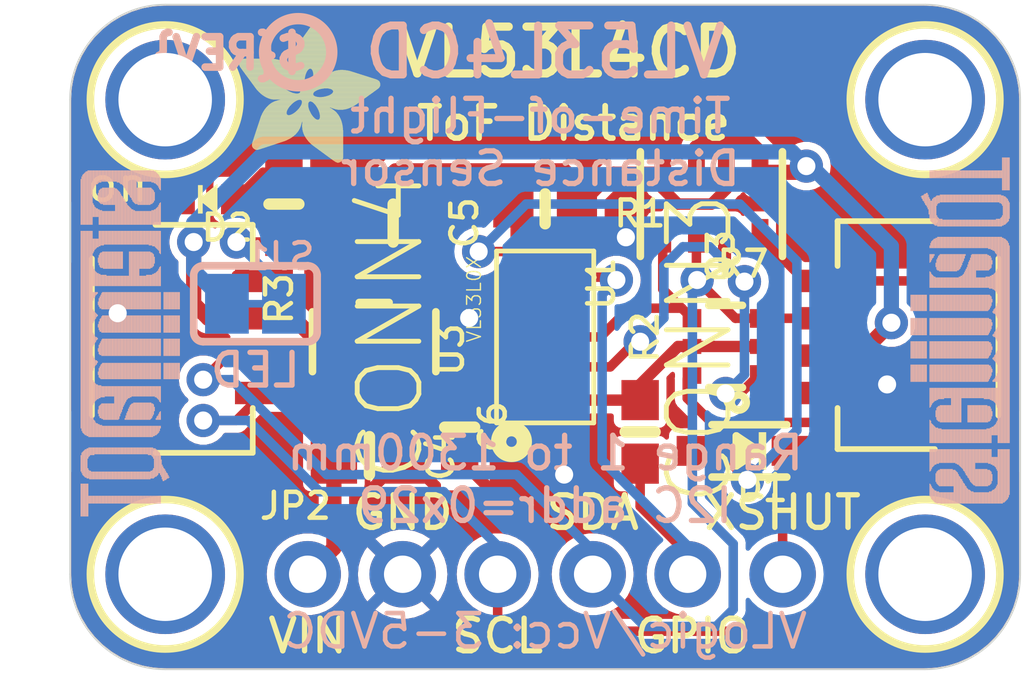
<source format=kicad_pcb>
(kicad_pcb (version 20221018) (generator pcbnew)
  (layers (0 "F.Cu" signal) (31 "B.Cu" signal) (34 "B.Paste" user) (35 "F.Paste" user) (36 "B.SilkS" user "B.Silkscreen") (37 "F.SilkS" user "F.Silkscreen") (38 "B.Mask" user) (39 "F.Mask" user) (44 "Edge.Cuts" user))
  (net 0 "")
  (net 1 "SDA")
  (net 2 "SCL")
  (net 3 "GND")
  (net 4 "GPIO")
  (net 5 "XSHUT")
  (net 6 "XSHUT_2.8V")
  (net 7 "2.8V")
  (net 8 "SCL_3V")
  (net 9 "SDA_3V")
  (net 10 "VCC")
  (net 11 "N$1")
  (net 12 "N$2")
  (footprint "working:1X06_ROUND_70" (layer "F.Cu") (at 148.5011 111.3536)
    (fp_text reference "JP2" (at -7.6962 -1.8288) (layer "F.SilkS") (effects (font (size 0.692831 0.692831) (thickness 0.119969)) (justify left)))
    (fp_text value "")
    (pad "1" thru_hole circle (at -6.35 0 90) (size 1.778 1.778) (drill 1) (layers "*.Cu" "*.Mask") (net 10 "VCC"))
    (pad "2" thru_hole circle (at -3.81 0 90) (size 1.778 1.778) (drill 1) (layers "*.Cu" "*.Mask") (net 3 "GND"))
    (pad "3" thru_hole circle (at -1.27 0 90) (size 1.778 1.778) (drill 1) (layers "*.Cu" "*.Mask") (net 2 "SCL"))
    (pad "4" thru_hole circle (at 1.27 0 90) (size 1.778 1.778) (drill 1) (layers "*.Cu" "*.Mask") (net 1 "SDA"))
    (pad "5" thru_hole circle (at 3.81 0 90) (size 1.778 1.778) (drill 1) (layers "*.Cu" "*.Mask") (net 4 "GPIO"))
    (pad "6" thru_hole circle (at 6.35 0 90) (size 1.778 1.778) (drill 1) (layers "*.Cu" "*.Mask") (net 5 "XSHUT"))
  )
  (footprint "working:FIDUCIAL_1MM" (layer "F.Cu") (at 155.3591 97.3836)
    (fp_text reference "FID4" hide)
    (fp_text value "FIDUCIAL_1MM" hide)
    (pad "1" smd roundrect (at 0 0) (size 1 1) (layers "F.Cu" "F.Mask") (roundrect_rratio 0.5))
  )
  (footprint "working:CHIPLED_0603_NOOUTLINE" (layer "F.Cu") (at 139.4841 101.3206 90)
    (fp_text reference "D2" (at -0.762 1.27) (layer "F.SilkS") (effects (font (size 0.692831 0.692831) (thickness 0.119969)) (justify right)))
    (fp_text value "GREEN")
    (pad "A" smd rect (at 0 0.75 90) (size 0.8 0.8) (layers "F.Cu" "F.Paste" "F.Mask") (net 11 "N$1"))
    (pad "C" smd rect (at 0 -0.75 90) (size 0.8 0.8) (layers "F.Cu" "F.Paste" "F.Mask") (net 3 "GND"))
  )
  (footprint "working:SOD-323" (layer "F.Cu") (at 153.9621 108.0516 180)
    (fp_text reference "D1" (at -1.1 -1) (layer "F.SilkS") (effects (font (size 0.692831 0.692831) (thickness 0.119969)) (justify right)))
    (fp_text value "1N4148")
    (pad "A" smd rect (at 1.27 0 180) (size 1.35 0.8) (layers "F.Cu" "F.Paste" "F.Mask") (net 6 "XSHUT_2.8V"))
    (pad "C" smd rect (at -1.27 0 180) (size 1.35 0.8) (layers "F.Cu" "F.Paste" "F.Mask") (net 5 "XSHUT"))
  )
  (footprint "working:MOUNTINGHOLE_2.5_PLATED" (layer "F.Cu") (at 138.3411 111.3536)
    (fp_text reference "U$33" hide)
    (fp_text value "MOUNTINGHOLE2.5" hide)
    (pad "P$1" thru_hole circle (at 0 0) (size 3.2 3.2) (drill 2.5) (layers "*.Cu" "*.Mask"))
    (zone (net 0) (net_name "") (layer "F.Cu") (connect_pads (clearance 0)) (min_thickness 0.25)
      (keepout (tracks not_allowed) (vias not_allowed) (pads not_allowed) (copperpour not_allowed) (footprints allowed))
      (fill (thermal_gap 0.5) (thermal_bridge_width 0.5))
      (polygon (pts (xy 140.3571 111.3536) (xy 140.33748 111.073027) (xy 140.279004 110.797915) (xy 140.182808 110.533619) (xy 140.050765 110.285283) (xy 139.885446 110.05774) (xy 139.690067 109.85542) (xy 139.468433 109.68226) (xy 139.224856 109.541631) (xy 138.964078 109.43627) (xy 138.691175 109.368228) (xy 138.411457 109.338828) (xy 138.130371 109.348644) (xy 137.853385 109.397484) (xy 137.585893 109.484397) (xy 137.3331 109.607693) (xy 137.099926 109.76497) (xy 136.890911 109.953169) (xy 136.710122 110.168625) (xy 136.561078 110.407145) (xy 136.44668 110.664087) (xy 136.369154 110.93445) (xy 136.330011 111.212971) (xy 136.330011 111.494229) (xy 136.369154 111.77275) (xy 136.44668 112.043113) (xy 136.561078 112.300055) (xy 136.710122 112.538575) (xy 136.890911 112.754031) (xy 137.099926 112.94223) (xy 137.3331 113.099507) (xy 137.585893 113.222803) (xy 137.853385 113.309716) (xy 138.130371 113.358556) (xy 138.411457 113.368372) (xy 138.691175 113.338972) (xy 138.964078 113.27093) (xy 139.224856 113.165569) (xy 139.468433 113.02494) (xy 139.690067 112.85178) (xy 139.885446 112.64946) (xy 140.050765 112.421917) (xy 140.182808 112.173581) (xy 140.279004 111.909285) (xy 140.33748 111.634173)))
      (polygon (pts (xy 138.3251 111.3536) (xy 138.329786 111.364914) (xy 138.3411 111.3696) (xy 138.352414 111.364914) (xy 138.3571 111.3536) (xy 138.352414 111.342286) (xy 138.3411 111.3376) (xy 138.329786 111.342286)))
    )
    (zone (net 0) (net_name "") (layer "B.Cu") (connect_pads (clearance 0)) (min_thickness 0.25)
      (keepout (tracks not_allowed) (vias not_allowed) (pads not_allowed) (copperpour not_allowed) (footprints allowed))
      (fill (thermal_gap 0.5) (thermal_bridge_width 0.5))
      (polygon (pts (xy 140.3571 111.3536) (xy 140.33748 111.073027) (xy 140.279004 110.797915) (xy 140.182808 110.533619) (xy 140.050765 110.285283) (xy 139.885446 110.05774) (xy 139.690067 109.85542) (xy 139.468433 109.68226) (xy 139.224856 109.541631) (xy 138.964078 109.43627) (xy 138.691175 109.368228) (xy 138.411457 109.338828) (xy 138.130371 109.348644) (xy 137.853385 109.397484) (xy 137.585893 109.484397) (xy 137.3331 109.607693) (xy 137.099926 109.76497) (xy 136.890911 109.953169) (xy 136.710122 110.168625) (xy 136.561078 110.407145) (xy 136.44668 110.664087) (xy 136.369154 110.93445) (xy 136.330011 111.212971) (xy 136.330011 111.494229) (xy 136.369154 111.77275) (xy 136.44668 112.043113) (xy 136.561078 112.300055) (xy 136.710122 112.538575) (xy 136.890911 112.754031) (xy 137.099926 112.94223) (xy 137.3331 113.099507) (xy 137.585893 113.222803) (xy 137.853385 113.309716) (xy 138.130371 113.358556) (xy 138.411457 113.368372) (xy 138.691175 113.338972) (xy 138.964078 113.27093) (xy 139.224856 113.165569) (xy 139.468433 113.02494) (xy 139.690067 112.85178) (xy 139.885446 112.64946) (xy 140.050765 112.421917) (xy 140.182808 112.173581) (xy 140.279004 111.909285) (xy 140.33748 111.634173)))
      (polygon (pts (xy 138.3251 111.3536) (xy 138.329786 111.364914) (xy 138.3411 111.3696) (xy 138.352414 111.364914) (xy 138.3571 111.3536) (xy 138.352414 111.342286) (xy 138.3411 111.3376) (xy 138.329786 111.342286)))
    )
  )
  (footprint "working:0805-NO" (layer "F.Cu") (at 143.8021 108.1786)
    (fp_text reference "C4" (at 1.905 -0.762 90) (layer "F.SilkS") (effects (font (size 0.692831 0.692831) (thickness 0.119969)) (justify right)))
    (fp_text value "10uF")
    (pad "1" smd rect (at -0.95 0) (size 1.24 1.5) (layers "F.Cu" "F.Paste" "F.Mask") (net 10 "VCC"))
    (pad "2" smd rect (at 0.95 0) (size 1.24 1.5) (layers "F.Cu" "F.Paste" "F.Mask") (net 3 "GND"))
  )
  (footprint "working:SOT363" (layer "F.Cu") (at 153.3271 105.2576 90)
    (fp_text reference "Q3" (at 1.651 -0.127 90) (layer "F.SilkS") (effects (font (size 0.692831 0.692831) (thickness 0.119969)) (justify left)))
    (fp_text value "BSS138")
    (pad "1" smd rect (at -0.75 0.9 90) (size 0.5 0.5) (layers "F.Cu" "F.Paste" "F.Mask") (net 8 "SCL_3V"))
    (pad "2" smd rect (at 0 0.9 90) (size 0.4 0.5) (layers "F.Cu" "F.Paste" "F.Mask") (net 7 "2.8V"))
    (pad "3" smd rect (at 0.75 0.9 90) (size 0.5 0.5) (layers "F.Cu" "F.Paste" "F.Mask") (net 1 "SDA"))
    (pad "4" smd rect (at 0.75 -0.9 90) (size 0.5 0.5) (layers "F.Cu" "F.Paste" "F.Mask") (net 9 "SDA_3V"))
    (pad "5" smd rect (at 0 -0.9 90) (size 0.4 0.5) (layers "F.Cu" "F.Paste" "F.Mask") (net 7 "2.8V"))
    (pad "6" smd rect (at -0.75 -0.9 90) (size 0.5 0.5) (layers "F.Cu" "F.Paste" "F.Mask") (net 2 "SCL"))
  )
  (footprint "working:JST_SH4" (layer "F.Cu") (at 158.5341 105.0036 90)
    (fp_text reference "CONN3" (at -4.6 -5.9 90) (layer "F.SilkS") (effects (font (size 1.647139 1.647139) (thickness 0.130861)) (justify left)))
    (fp_text value "STEMMA_I2C_QT" hide)
    (pad "1" smd rect (at -1.5 -2.514 180) (size 1.55 0.6) (layers "F.Cu" "F.Paste" "F.Mask") (net 3 "GND"))
    (pad "2" smd rect (at -0.5 -2.514 180) (size 1.55 0.6) (layers "F.Cu" "F.Paste" "F.Mask") (net 10 "VCC"))
    (pad "3" smd rect (at 0.5 -2.514 180) (size 1.55 0.6) (layers "F.Cu" "F.Paste" "F.Mask") (net 1 "SDA"))
    (pad "4" smd rect (at 1.5 -2.514 180) (size 1.55 0.6) (layers "F.Cu" "F.Paste" "F.Mask") (net 2 "SCL"))
    (pad "MT1" smd rect (at -2.8 1.386 180) (size 1.8 1.2) (layers "F.Cu" "F.Paste" "F.Mask") (net 3 "GND"))
    (pad "MT2" smd rect (at 2.8 1.386 180) (size 1.8 1.2) (layers "F.Cu" "F.Paste" "F.Mask") (net 3 "GND"))
  )
  (footprint "working:SOT23-5" (layer "F.Cu") (at 143.9291 105.1306)
    (fp_text reference "U3" (at 2.032 -0.562 90) (layer "F.SilkS") (effects (font (size 0.692831 0.692831) (thickness 0.119969)) (justify right)))
    (fp_text value "LP5907-2.8")
    (pad "1" smd rect (at -0.95 1.3001) (size 0.55 1.2) (layers "F.Cu" "F.Paste" "F.Mask") (net 10 "VCC"))
    (pad "2" smd rect (at 0 1.3001) (size 0.55 1.2) (layers "F.Cu" "F.Paste" "F.Mask") (net 3 "GND"))
    (pad "3" smd rect (at 0.95 1.3001) (size 0.55 1.2) (layers "F.Cu" "F.Paste" "F.Mask") (net 10 "VCC"))
    (pad "4" smd rect (at 0.95 -1.3001) (size 0.55 1.2) (layers "F.Cu" "F.Paste" "F.Mask"))
    (pad "5" smd rect (at -0.95 -1.3001) (size 0.55 1.2) (layers "F.Cu" "F.Paste" "F.Mask") (net 7 "2.8V"))
  )
  (footprint "working:0603-NO" (layer "F.Cu") (at 148.5011 101.5746)
    (fp_text reference "R1" (at 1.778 0.127) (layer "F.SilkS") (effects (font (size 0.692831 0.692831) (thickness 0.119969)) (justify left)))
    (fp_text value "10K")
    (pad "1" smd rect (at -0.85 0) (size 1.075 1) (layers "F.Cu" "F.Paste" "F.Mask") (net 6 "XSHUT_2.8V"))
    (pad "2" smd rect (at 0.85 0) (size 1.075 1) (layers "F.Cu" "F.Paste" "F.Mask") (net 7 "2.8V"))
  )
  (footprint "working:LGA12_ST" (layer "F.Cu") (at 148.5011 105.0036 -90)
    (fp_text reference "U1" (at -2.2 -1.5 90) (layer "F.SilkS") (effects (font (size 0.692831 0.692831) (thickness 0.119969)) (justify right)))
    (fp_text value "VL53L0X" (at -2.2 1.9 90) (layer "F.SilkS") (effects (font (size 0.369824 0.369824) (thickness 0.036576)) (justify right)))
    (pad "1" smd rect (at 1.6 0.8 270) (size 0.5 0.5) (layers "F.Cu" "F.Paste" "F.Mask") (net 7 "2.8V"))
    (pad "2" smd rect (at 0.8 0.8 270) (size 0.5 0.5) (layers "F.Cu" "F.Paste" "F.Mask") (net 3 "GND"))
    (pad "3" smd rect (at 0 0.8 270) (size 0.5 0.5) (layers "F.Cu" "F.Paste" "F.Mask") (net 3 "GND"))
    (pad "4" smd rect (at -0.8 0.8 270) (size 0.5 0.5) (layers "F.Cu" "F.Paste" "F.Mask") (net 3 "GND"))
    (pad "5" smd rect (at -1.6 0.8 270) (size 0.5 0.5) (layers "F.Cu" "F.Paste" "F.Mask") (net 6 "XSHUT_2.8V"))
    (pad "6" smd rect (at -1.6 0 270) (size 0.5 0.5) (layers "F.Cu" "F.Paste" "F.Mask") (net 3 "GND"))
    (pad "7" smd rect (at -1.6 -0.8 270) (size 0.5 0.5) (layers "F.Cu" "F.Paste" "F.Mask") (net 4 "GPIO"))
    (pad "8" smd rect (at -0.8 -0.8 270) (size 0.5 0.5) (layers "F.Cu" "F.Paste" "F.Mask"))
    (pad "9" smd rect (at 0 -0.8 270) (size 0.5 0.5) (layers "F.Cu" "F.Paste" "F.Mask") (net 9 "SDA_3V"))
    (pad "10" smd rect (at 0.8 -0.8 270) (size 0.5 0.5) (layers "F.Cu" "F.Paste" "F.Mask") (net 8 "SCL_3V"))
    (pad "11" smd rect (at 1.6 -0.8 270) (size 0.5 0.5) (layers "F.Cu" "F.Paste" "F.Mask") (net 7 "2.8V"))
    (pad "12" smd rect (at 1.6 0 270) (size 0.5 0.5) (layers "F.Cu" "F.Paste" "F.Mask") (net 3 "GND"))
  )
  (footprint "working:ADAFRUIT_3.5MM" (layer "F.Cu") (at 140.2969 100.3554)
    (fp_text reference "U$36" hide)
    (fp_text value "" hide)
  )
  (footprint "working:JST_SH4" (layer "F.Cu") (at 138.4681 105.0036 -90)
    (fp_text reference "CONN4" (at -4.6 -5.9 90) (layer "F.SilkS") (effects (font (size 1.647139 1.647139) (thickness 0.130861)) (justify right)))
    (fp_text value "STEMMA_I2C_QT" hide)
    (pad "1" smd rect (at -1.5 -2.514) (size 1.55 0.6) (layers "F.Cu" "F.Paste" "F.Mask") (net 3 "GND"))
    (pad "2" smd rect (at -0.5 -2.514) (size 1.55 0.6) (layers "F.Cu" "F.Paste" "F.Mask") (net 10 "VCC"))
    (pad "3" smd rect (at 0.5 -2.514) (size 1.55 0.6) (layers "F.Cu" "F.Paste" "F.Mask") (net 1 "SDA"))
    (pad "4" smd rect (at 1.5 -2.514) (size 1.55 0.6) (layers "F.Cu" "F.Paste" "F.Mask") (net 2 "SCL"))
    (pad "MT1" smd rect (at -2.8 1.386) (size 1.8 1.2) (layers "F.Cu" "F.Paste" "F.Mask") (net 3 "GND"))
    (pad "MT2" smd rect (at 2.8 1.386) (size 1.8 1.2) (layers "F.Cu" "F.Paste" "F.Mask") (net 3 "GND"))
  )
  (footprint "working:0603-NO" (layer "F.Cu") (at 146.2151 107.4166 -90)
    (fp_text reference "C6" (at -0.762 -0.889 90) (layer "F.SilkS") (effects (font (size 0.692831 0.692831) (thickness 0.119969)) (justify right)))
    (fp_text value "0.1uF")
    (pad "1" smd rect (at -0.85 0 270) (size 1.075 1) (layers "F.Cu" "F.Paste" "F.Mask") (net 7 "2.8V"))
    (pad "2" smd rect (at 0.85 0 270) (size 1.075 1) (layers "F.Cu" "F.Paste" "F.Mask") (net 3 "GND"))
  )
  (footprint "working:MOUNTINGHOLE_2.5_PLATED" (layer "F.Cu") (at 158.6611 111.3536)
    (fp_text reference "U$34" hide)
    (fp_text value "MOUNTINGHOLE2.5" hide)
    (pad "P$1" thru_hole circle (at 0 0) (size 3.2 3.2) (drill 2.5) (layers "*.Cu" "*.Mask"))
    (zone (net 0) (net_name "") (layer "F.Cu") (connect_pads (clearance 0)) (min_thickness 0.25)
      (keepout (tracks not_allowed) (vias not_allowed) (pads not_allowed) (copperpour not_allowed) (footprints allowed))
      (fill (thermal_gap 0.5) (thermal_bridge_width 0.5))
      (polygon (pts (xy 160.6771 111.3536) (xy 160.65748 111.073027) (xy 160.599004 110.797915) (xy 160.502808 110.533619) (xy 160.370765 110.285283) (xy 160.205446 110.05774) (xy 160.010067 109.85542) (xy 159.788433 109.68226) (xy 159.544856 109.541631) (xy 159.284078 109.43627) (xy 159.011175 109.368228) (xy 158.731457 109.338828) (xy 158.450371 109.348644) (xy 158.173385 109.397484) (xy 157.905893 109.484397) (xy 157.6531 109.607693) (xy 157.419926 109.76497) (xy 157.210911 109.953169) (xy 157.030122 110.168625) (xy 156.881078 110.407145) (xy 156.76668 110.664087) (xy 156.689154 110.93445) (xy 156.650011 111.212971) (xy 156.650011 111.494229) (xy 156.689154 111.77275) (xy 156.76668 112.043113) (xy 156.881078 112.300055) (xy 157.030122 112.538575) (xy 157.210911 112.754031) (xy 157.419926 112.94223) (xy 157.6531 113.099507) (xy 157.905893 113.222803) (xy 158.173385 113.309716) (xy 158.450371 113.358556) (xy 158.731457 113.368372) (xy 159.011175 113.338972) (xy 159.284078 113.27093) (xy 159.544856 113.165569) (xy 159.788433 113.02494) (xy 160.010067 112.85178) (xy 160.205446 112.64946) (xy 160.370765 112.421917) (xy 160.502808 112.173581) (xy 160.599004 111.909285) (xy 160.65748 111.634173)))
      (polygon (pts (xy 158.6451 111.3536) (xy 158.649786 111.364914) (xy 158.6611 111.3696) (xy 158.672414 111.364914) (xy 158.6771 111.3536) (xy 158.672414 111.342286) (xy 158.6611 111.3376) (xy 158.649786 111.342286)))
    )
    (zone (net 0) (net_name "") (layer "B.Cu") (connect_pads (clearance 0)) (min_thickness 0.25)
      (keepout (tracks not_allowed) (vias not_allowed) (pads not_allowed) (copperpour not_allowed) (footprints allowed))
      (fill (thermal_gap 0.5) (thermal_bridge_width 0.5))
      (polygon (pts (xy 160.6771 111.3536) (xy 160.65748 111.073027) (xy 160.599004 110.797915) (xy 160.502808 110.533619) (xy 160.370765 110.285283) (xy 160.205446 110.05774) (xy 160.010067 109.85542) (xy 159.788433 109.68226) (xy 159.544856 109.541631) (xy 159.284078 109.43627) (xy 159.011175 109.368228) (xy 158.731457 109.338828) (xy 158.450371 109.348644) (xy 158.173385 109.397484) (xy 157.905893 109.484397) (xy 157.6531 109.607693) (xy 157.419926 109.76497) (xy 157.210911 109.953169) (xy 157.030122 110.168625) (xy 156.881078 110.407145) (xy 156.76668 110.664087) (xy 156.689154 110.93445) (xy 156.650011 111.212971) (xy 156.650011 111.494229) (xy 156.689154 111.77275) (xy 156.76668 112.043113) (xy 156.881078 112.300055) (xy 157.030122 112.538575) (xy 157.210911 112.754031) (xy 157.419926 112.94223) (xy 157.6531 113.099507) (xy 157.905893 113.222803) (xy 158.173385 113.309716) (xy 158.450371 113.358556) (xy 158.731457 113.368372) (xy 159.011175 113.338972) (xy 159.284078 113.27093) (xy 159.544856 113.165569) (xy 159.788433 113.02494) (xy 160.010067 112.85178) (xy 160.205446 112.64946) (xy 160.370765 112.421917) (xy 160.502808 112.173581) (xy 160.599004 111.909285) (xy 160.65748 111.634173)))
      (polygon (pts (xy 158.6451 111.3536) (xy 158.649786 111.364914) (xy 158.6611 111.3696) (xy 158.672414 111.364914) (xy 158.6771 111.3536) (xy 158.672414 111.342286) (xy 158.6611 111.3376) (xy 158.649786 111.342286)))
    )
  )
  (footprint "working:MOUNTINGHOLE_2.5_PLATED" (layer "F.Cu") (at 158.6611 98.6536)
    (fp_text reference "U$31" hide)
    (fp_text value "MOUNTINGHOLE2.5" hide)
    (pad "P$1" thru_hole circle (at 0 0) (size 3.2 3.2) (drill 2.5) (layers "*.Cu" "*.Mask"))
    (zone (net 0) (net_name "") (layer "F.Cu") (connect_pads (clearance 0)) (min_thickness 0.25)
      (keepout (tracks not_allowed) (vias not_allowed) (pads not_allowed) (copperpour not_allowed) (footprints allowed))
      (fill (thermal_gap 0.5) (thermal_bridge_width 0.5))
      (polygon (pts (xy 160.6771 98.6536) (xy 160.65748 98.373027) (xy 160.599004 98.097915) (xy 160.502808 97.833619) (xy 160.370765 97.585283) (xy 160.205446 97.35774) (xy 160.010067 97.15542) (xy 159.788433 96.98226) (xy 159.544856 96.841631) (xy 159.284078 96.73627) (xy 159.011175 96.668228) (xy 158.731457 96.638828) (xy 158.450371 96.648644) (xy 158.173385 96.697484) (xy 157.905893 96.784397) (xy 157.6531 96.907693) (xy 157.419926 97.06497) (xy 157.210911 97.253169) (xy 157.030122 97.468625) (xy 156.881078 97.707145) (xy 156.76668 97.964087) (xy 156.689154 98.23445) (xy 156.650011 98.512971) (xy 156.650011 98.794229) (xy 156.689154 99.07275) (xy 156.76668 99.343113) (xy 156.881078 99.600055) (xy 157.030122 99.838575) (xy 157.210911 100.054031) (xy 157.419926 100.24223) (xy 157.6531 100.399507) (xy 157.905893 100.522803) (xy 158.173385 100.609716) (xy 158.450371 100.658556) (xy 158.731457 100.668372) (xy 159.011175 100.638972) (xy 159.284078 100.57093) (xy 159.544856 100.465569) (xy 159.788433 100.32494) (xy 160.010067 100.15178) (xy 160.205446 99.94946) (xy 160.370765 99.721917) (xy 160.502808 99.473581) (xy 160.599004 99.209285) (xy 160.65748 98.934173)))
      (polygon (pts (xy 158.6451 98.6536) (xy 158.649786 98.664914) (xy 158.6611 98.6696) (xy 158.672414 98.664914) (xy 158.6771 98.6536) (xy 158.672414 98.642286) (xy 158.6611 98.6376) (xy 158.649786 98.642286)))
    )
    (zone (net 0) (net_name "") (layer "B.Cu") (connect_pads (clearance 0)) (min_thickness 0.25)
      (keepout (tracks not_allowed) (vias not_allowed) (pads not_allowed) (copperpour not_allowed) (footprints allowed))
      (fill (thermal_gap 0.5) (thermal_bridge_width 0.5))
      (polygon (pts (xy 160.6771 98.6536) (xy 160.65748 98.373027) (xy 160.599004 98.097915) (xy 160.502808 97.833619) (xy 160.370765 97.585283) (xy 160.205446 97.35774) (xy 160.010067 97.15542) (xy 159.788433 96.98226) (xy 159.544856 96.841631) (xy 159.284078 96.73627) (xy 159.011175 96.668228) (xy 158.731457 96.638828) (xy 158.450371 96.648644) (xy 158.173385 96.697484) (xy 157.905893 96.784397) (xy 157.6531 96.907693) (xy 157.419926 97.06497) (xy 157.210911 97.253169) (xy 157.030122 97.468625) (xy 156.881078 97.707145) (xy 156.76668 97.964087) (xy 156.689154 98.23445) (xy 156.650011 98.512971) (xy 156.650011 98.794229) (xy 156.689154 99.07275) (xy 156.76668 99.343113) (xy 156.881078 99.600055) (xy 157.030122 99.838575) (xy 157.210911 100.054031) (xy 157.419926 100.24223) (xy 157.6531 100.399507) (xy 157.905893 100.522803) (xy 158.173385 100.609716) (xy 158.450371 100.658556) (xy 158.731457 100.668372) (xy 159.011175 100.638972) (xy 159.284078 100.57093) (xy 159.544856 100.465569) (xy 159.788433 100.32494) (xy 160.010067 100.15178) (xy 160.205446 99.94946) (xy 160.370765 99.721917) (xy 160.502808 99.473581) (xy 160.599004 99.209285) (xy 160.65748 98.934173)))
      (polygon (pts (xy 158.6451 98.6536) (xy 158.649786 98.664914) (xy 158.6611 98.6696) (xy 158.672414 98.664914) (xy 158.6771 98.6536) (xy 158.672414 98.642286) (xy 158.6611 98.6376) (xy 158.649786 98.642286)))
    )
  )
  (footprint "working:0603-NO" (layer "F.Cu") (at 141.5161 101.4476 -90)
    (fp_text reference "R3" (at 1.778 0.127 90) (layer "F.SilkS") (effects (font (size 0.692831 0.692831) (thickness 0.119969)) (justify right)))
    (fp_text value "10K")
    (pad "1" smd rect (at -0.85 0 270) (size 1.075 1) (layers "F.Cu" "F.Paste" "F.Mask") (net 11 "N$1"))
    (pad "2" smd rect (at 0.85 0 270) (size 1.075 1) (layers "F.Cu" "F.Paste" "F.Mask") (net 12 "N$2"))
  )
  (footprint "working:FIDUCIAL_1MM" (layer "F.Cu") (at 141.0081 109.1946)
    (fp_text reference "FID1" hide)
    (fp_text value "FIDUCIAL_1MM" hide)
    (pad "1" smd roundrect (at 0 0) (size 1 1) (layers "F.Cu" "F.Mask") (roundrect_rratio 0.5))
  )
  (footprint "working:0805-NO" (layer "F.Cu") (at 144.4371 101.9556)
    (fp_text reference "C5" (at 1.905 -0.762 90) (layer "F.SilkS") (effects (font (size 0.692831 0.692831) (thickness 0.119969)) (justify right)))
    (fp_text value "10uF")
    (pad "1" smd rect (at -0.95 0) (size 1.24 1.5) (layers "F.Cu" "F.Paste" "F.Mask") (net 7 "2.8V"))
    (pad "2" smd rect (at 0.95 0) (size 1.24 1.5) (layers "F.Cu" "F.Paste" "F.Mask") (net 3 "GND"))
  )
  (footprint "working:RESPACK_4X0603" (layer "F.Cu") (at 152.9461 101.4476 180)
    (fp_text reference "R7" (at -1.6 -1.6) (layer "F.SilkS") (effects (font (size 0.692831 0.692831) (thickness 0.119969)) (justify right)))
    (fp_text value "10K")
    (pad "1" smd rect (at -1.3 0.85 180) (size 0.45 0.9) (layers "F.Cu" "F.Paste" "F.Mask") (net 10 "VCC"))
    (pad "2" smd rect (at -0.4 0.85 180) (size 0.45 0.9) (layers "F.Cu" "F.Paste" "F.Mask") (net 7 "2.8V"))
    (pad "3" smd rect (at 0.4 0.85 180) (size 0.45 0.9) (layers "F.Cu" "F.Paste" "F.Mask") (net 10 "VCC"))
    (pad "4" smd rect (at 1.3 0.85 180) (size 0.45 0.9) (layers "F.Cu" "F.Paste" "F.Mask") (net 7 "2.8V"))
    (pad "5" smd rect (at 1.3 -0.85 180) (size 0.45 0.9) (layers "F.Cu" "F.Paste" "F.Mask") (net 9 "SDA_3V"))
    (pad "6" smd rect (at 0.4 -0.85 180) (size 0.45 0.9) (layers "F.Cu" "F.Paste" "F.Mask") (net 1 "SDA"))
    (pad "7" smd rect (at -0.4 -0.85 180) (size 0.45 0.9) (layers "F.Cu" "F.Paste" "F.Mask") (net 8 "SCL_3V"))
    (pad "8" smd rect (at -1.3 -0.85 180) (size 0.45 0.9) (layers "F.Cu" "F.Paste" "F.Mask") (net 2 "SCL"))
  )
  (footprint "working:0603-NO" (layer "F.Cu") (at 151.0411 107.5436 90)
    (fp_text reference "R2" (at 1.778 0.127 90) (layer "F.SilkS") (effects (font (size 0.692831 0.692831) (thickness 0.119969)) (justify left)))
    (fp_text value "10K")
    (pad "1" smd rect (at -0.85 0 90) (size 1.075 1) (layers "F.Cu" "F.Paste" "F.Mask") (net 4 "GPIO"))
    (pad "2" smd rect (at 0.85 0 90) (size 1.075 1) (layers "F.Cu" "F.Paste" "F.Mask") (net 7 "2.8V"))
  )
  (footprint "working:MOUNTINGHOLE_2.5_PLATED" (layer "F.Cu") (at 138.3411 98.6536)
    (fp_text reference "U$30" hide)
    (fp_text value "MOUNTINGHOLE2.5" hide)
    (pad "P$1" thru_hole circle (at 0 0) (size 3.2 3.2) (drill 2.5) (layers "*.Cu" "*.Mask"))
    (zone (net 0) (net_name "") (layer "F.Cu") (connect_pads (clearance 0)) (min_thickness 0.25)
      (keepout (tracks not_allowed) (vias not_allowed) (pads not_allowed) (copperpour not_allowed) (footprints allowed))
      (fill (thermal_gap 0.5) (thermal_bridge_width 0.5))
      (polygon (pts (xy 140.3571 98.6536) (xy 140.33748 98.373027) (xy 140.279004 98.097915) (xy 140.182808 97.833619) (xy 140.050765 97.585283) (xy 139.885446 97.35774) (xy 139.690067 97.15542) (xy 139.468433 96.98226) (xy 139.224856 96.841631) (xy 138.964078 96.73627) (xy 138.691175 96.668228) (xy 138.411457 96.638828) (xy 138.130371 96.648644) (xy 137.853385 96.697484) (xy 137.585893 96.784397) (xy 137.3331 96.907693) (xy 137.099926 97.06497) (xy 136.890911 97.253169) (xy 136.710122 97.468625) (xy 136.561078 97.707145) (xy 136.44668 97.964087) (xy 136.369154 98.23445) (xy 136.330011 98.512971) (xy 136.330011 98.794229) (xy 136.369154 99.07275) (xy 136.44668 99.343113) (xy 136.561078 99.600055) (xy 136.710122 99.838575) (xy 136.890911 100.054031) (xy 137.099926 100.24223) (xy 137.3331 100.399507) (xy 137.585893 100.522803) (xy 137.853385 100.609716) (xy 138.130371 100.658556) (xy 138.411457 100.668372) (xy 138.691175 100.638972) (xy 138.964078 100.57093) (xy 139.224856 100.465569) (xy 139.468433 100.32494) (xy 139.690067 100.15178) (xy 139.885446 99.94946) (xy 140.050765 99.721917) (xy 140.182808 99.473581) (xy 140.279004 99.209285) (xy 140.33748 98.934173)))
      (polygon (pts (xy 138.3251 98.6536) (xy 138.329786 98.664914) (xy 138.3411 98.6696) (xy 138.352414 98.664914) (xy 138.3571 98.6536) (xy 138.352414 98.642286) (xy 138.3411 98.6376) (xy 138.329786 98.642286)))
    )
    (zone (net 0) (net_name "") (layer "B.Cu") (connect_pads (clearance 0)) (min_thickness 0.25)
      (keepout (tracks not_allowed) (vias not_allowed) (pads not_allowed) (copperpour not_allowed) (footprints allowed))
      (fill (thermal_gap 0.5) (thermal_bridge_width 0.5))
      (polygon (pts (xy 140.3571 98.6536) (xy 140.33748 98.373027) (xy 140.279004 98.097915) (xy 140.182808 97.833619) (xy 140.050765 97.585283) (xy 139.885446 97.35774) (xy 139.690067 97.15542) (xy 139.468433 96.98226) (xy 139.224856 96.841631) (xy 138.964078 96.73627) (xy 138.691175 96.668228) (xy 138.411457 96.638828) (xy 138.130371 96.648644) (xy 137.853385 96.697484) (xy 137.585893 96.784397) (xy 137.3331 96.907693) (xy 137.099926 97.06497) (xy 136.890911 97.253169) (xy 136.710122 97.468625) (xy 136.561078 97.707145) (xy 136.44668 97.964087) (xy 136.369154 98.23445) (xy 136.330011 98.512971) (xy 136.330011 98.794229) (xy 136.369154 99.07275) (xy 136.44668 99.343113) (xy 136.561078 99.600055) (xy 136.710122 99.838575) (xy 136.890911 100.054031) (xy 137.099926 100.24223) (xy 137.3331 100.399507) (xy 137.585893 100.522803) (xy 137.853385 100.609716) (xy 138.130371 100.658556) (xy 138.411457 100.668372) (xy 138.691175 100.638972) (xy 138.964078 100.57093) (xy 139.224856 100.465569) (xy 139.468433 100.32494) (xy 139.690067 100.15178) (xy 139.885446 99.94946) (xy 140.050765 99.721917) (xy 140.182808 99.473581) (xy 140.279004 99.209285) (xy 140.33748 98.934173)))
      (polygon (pts (xy 138.3251 98.6536) (xy 138.329786 98.664914) (xy 138.3411 98.6696) (xy 138.352414 98.664914) (xy 138.3571 98.6536) (xy 138.352414 98.642286) (xy 138.3411 98.6376) (xy 138.329786 98.642286)))
    )
  )
  (footprint "working:SOLDERJUMPER_CLOSEDWIRE" (layer "B.Cu") (at 140.7541 104.1146 180)
    (fp_text reference "SJ1" (at -1.651 1.27) (layer "B.SilkS") (effects (font (size 0.692831 0.692831) (thickness 0.119969)) (justify left mirror)))
    (fp_text value "")
    (pad "1" smd rect (at -0.762 0 180) (size 1.1684 1.6002) (layers "B.Cu") (net 12 "N$2"))
    (pad "2" smd rect (at 0.762 0 180) (size 1.1684 1.6002) (layers "B.Cu") (net 10 "VCC"))
    (pad "WIRE" smd rect (at 0 0) (size 0.635 0.2032) (layers "B.Cu"))
  )
  (footprint "working:STEMMAQT" (layer "B.Cu") (at 158.2801 109.4486 90)
    (fp_text reference "U$38" hide)
    (fp_text value "" hide)
  )
  (footprint "working:STEMMAQT" (layer "B.Cu") (at 138.7221 100.5586 -90)
    (fp_text reference "U$39" hide)
    (fp_text value "" hide)
  )
  (footprint "working:PCBFEAT-REV-040" (layer "B.Cu") (at 141.8971 97.3836 180)
    (fp_text reference "U$37" hide)
    (fp_text value "" hide)
    (fp_text user "${REV}" (at -0.3556 -0.508) (layer "B.SilkS") (effects (font (size 0.8128 0.8128) (thickness 0.2032)) (justify left bottom mirror)))
  )
  (gr_line (start 158.6611 96.1136) (end 138.3411 96.1136) (stroke (width 0.05)) (layer "Edge.Cuts"))
  (gr_arc (start 161.2011 111.3536) (mid 160.457151 113.149651) (end 158.6611 113.8936) (stroke (width 0.05)) (layer "Edge.Cuts"))
  (gr_arc (start 135.8011 98.6536) (mid 136.545049 96.857549) (end 138.3411 96.1136) (stroke (width 0.05)) (layer "Edge.Cuts"))
  (gr_arc (start 158.6611 96.1136) (mid 160.457151 96.857549) (end 161.2011 98.6536) (stroke (width 0.05)) (layer "Edge.Cuts"))
  (gr_line (start 135.8011 98.6536) (end 135.8011 111.3536) (stroke (width 0.05)) (layer "Edge.Cuts"))
  (gr_line (start 138.3411 113.8936) (end 158.6611 113.8936) (stroke (width 0.05)) (layer "Edge.Cuts"))
  (gr_line (start 161.2011 111.3536) (end 161.2011 98.6536) (stroke (width 0.05)) (layer "Edge.Cuts"))
  (gr_arc (start 138.3411 113.8936) (mid 136.545049 113.149651) (end 135.8011 111.3536) (stroke (width 0.05)) (layer "Edge.Cuts"))
  (gr_text "VLogic/Vcc: 3-5VDC" (at 148.5011 112.8776) (layer "B.SilkS") (effects (font (size 0.89408 0.89408) (thickness 0.12192)) (justify mirror)))
  (gr_text "LED" (at 140.7541 105.8926) (layer "B.SilkS") (effects (font (size 0.87376 0.87376) (thickness 0.14224)) (justify mirror)))
  (gr_text "VL53L4CD" (at 148.5011 97.3836) (layer "B.SilkS") (effects (font (size 1.31064 1.31064) (thickness 0.21336)) (justify mirror)))
  (gr_text "Range 1 to 1300mm\nI2C addr=0x29" (at 148.5011 108.8136) (layer "B.SilkS") (effects (font (size 0.87376 0.87376) (thickness 0.14224)) (justify mirror)))
  (gr_text "Time-of-Flight\nDistance Sensor" (at 148.3741 99.7966) (layer "B.SilkS") (effects (font (size 0.87376 0.87376) (thickness 0.14224)) (justify mirror)))
  (gr_text "VIN" (at 142.1511 113.0046) (layer "F.SilkS") (effects (font (size 0.87376 0.87376) (thickness 0.14224))))
  (gr_text "on" (at 136.1821 101.4476) (layer "F.SilkS") (effects (font (size 0.89408 0.89408) (thickness 0.12192)) (justify left bottom)))
  (gr_text "XSHUT" (at 154.8511 109.7026) (layer "F.SilkS") (effects (font (size 0.87376 0.87376) (thickness 0.14224))))
  (gr_text "SCL" (at 147.2311 113.0046) (layer "F.SilkS") (effects (font (size 0.87376 0.87376) (thickness 0.14224))))
  (gr_text "VL53L4CD" (at 149.1361 97.3836) (layer "F.SilkS") (effects (font (size 1.25222 1.25222) (thickness 0.22098))))
  (gr_text "ToF Distance" (at 149.2631 99.2886) (layer "F.SilkS") (effects (font (size 0.8636 0.8636) (thickness 0.1524))))
  (gr_text "GND" (at 144.6911 109.7026) (layer "F.SilkS") (effects (font (size 0.87376 0.87376) (thickness 0.14224))))
  (gr_text "SDA" (at 149.7711 109.7026) (layer "F.SilkS") (effects (font (size 0.87376 0.87376) (thickness 0.14224))))
  (gr_text "GPIO" (at 152.4381 113.0046) (layer "F.SilkS") (effects (font (size 0.87376 0.87376) (thickness 0.14224))))
  (segment (start 153.5891 104.5036) (end 154.2311 104.5036) (width 0.254) (layer "F.Cu") (net 1))
  (segment (start 152.5651 103.4796) (end 153.5891 104.5036) (width 0.254) (layer "F.Cu") (net 1))
  (segment (start 152.5461 103.4606) (end 152.5651 103.4796) (width 0.254) (layer "F.Cu") (net 1))
  (segment (start 152.5461 102.2976) (end 152.5461 103.4606) (width 0.254) (layer "F.Cu") (net 1))
  (segment (start 140.9821 105.5036) (end 140.0001 105.5036) (width 0.254) (layer "F.Cu") (net 1))
  (segment (start 154.2311 104.5036) (end 156.0201 104.5036) (width 0.254) (layer "F.Cu") (net 1))
  (segment (start 140.0001 105.5036) (end 139.3571 106.1466) (width 0.254) (layer "F.Cu") (net 1))
  (segment (start 154.2271 104.5076) (end 154.2311 104.5036) (width 0.254) (layer "F.Cu") (net 1))
  (via (at 139.3571 106.1466) (size 0.889) (drill 0.4826) (layers "F.Cu" "B.Cu") (net 1))
  (via (at 152.5651 103.4796) (size 0.889) (drill 0.4826) (layers "F.Cu" "B.Cu") (net 1))
  (segment (start 139.3571 106.1466) (end 140.1191 106.1466) (width 0.254) (layer "B.Cu") (net 1))
  (segment (start 153.5303 110.5408) (end 152.4381 109.4486) (width 0.254) (layer "B.Cu") (net 1))
  (segment (start 152.5651 103.4796) (end 152.5651 103.7336) (width 0.254) (layer "B.Cu") (net 1))
  (segment (start 142.6591 108.6866) (end 140.1191 106.1466) (width 0.254) (layer "B.Cu") (net 1))
  (segment (start 153.0731 112.7506) (end 153.5303 112.2934) (width 0.254) (layer "B.Cu") (net 1))
  (segment (start 152.4381 103.8606) (end 152.4381 109.4486) (width 0.254) (layer "B.Cu") (net 1))
  (segment (start 142.6591 108.6866) (end 147.7391 108.6866) (width 0.254) (layer "B.Cu") (net 1))
  (segment (start 151.1681 112.7506) (end 153.0731 112.7506) (width 0.254) (layer "B.Cu") (net 1))
  (segment (start 153.5303 112.2934) (end 153.5303 110.5408) (width 0.254) (layer "B.Cu") (net 1))
  (segment (start 152.5651 103.7336) (end 152.4381 103.8606) (width 0.254) (layer "B.Cu") (net 1))
  (segment (start 149.7711 111.3536) (end 151.1681 112.7506) (width 0.254) (layer "B.Cu") (net 1))
  (segment (start 147.7391 108.6866) (end 149.7711 110.7186) (width 0.254) (layer "B.Cu") (net 1))
  (segment (start 149.7711 110.7186) (end 149.7711 111.3536) (width 0.254) (layer "B.Cu") (net 1))
  (segment (start 147.6121 112.8776) (end 147.2311 112.4966) (width 0.254) (layer "F.Cu") (net 2))
  (segment (start 156.5021 107.2896) (end 156.5021 112.1156) (width 0.254) (layer "F.Cu") (net 2))
  (segment (start 157.8991 107.2896) (end 158.5341 106.6546) (width 0.254) (layer "F.Cu") (net 2))
  (segment (start 158.5341 106.6546) (end 158.5341 103.7336) (width 0.254) (layer "F.Cu") (net 2))
  (segment (start 152.3001 106.6436) (end 152.9461 107.2896) (width 0.254) (layer "F.Cu") (net 2))
  (segment (start 156.5021 107.2896) (end 157.8991 107.2896) (width 0.254) (layer "F.Cu") (net 2))
  (segment (start 152.9461 107.2896) (end 156.5021 107.2896) (width 0.254) (layer "F.Cu") (net 2))
  (segment (start 156.5021 112.1156) (end 155.7401 112.8776) (width 0.254) (layer "F.Cu") (net 2))
  (segment (start 140.9821 106.5036) (end 140.2469 107.2388) (width 0.254) (layer "F.Cu") (net 2))
  (segment (start 155.7401 112.8776) (end 147.6121 112.8776) (width 0.254) (layer "F.Cu") (net 2))
  (segment (start 158.5341 103.7336) (end 158.3041 103.5036) (width 0.254) (layer "F.Cu") (net 2))
  (segment (start 155.4521 103.5036) (end 156.0201 103.5036) (width 0.254) (layer "F.Cu") (net 2))
  (segment (start 152.3001 106.1346) (end 152.3001 106.6436) (width 0.254) (layer "F.Cu") (net 2))
  (segment (start 158.3041 103.5036) (end 156.0201 103.5036) (width 0.254) (layer "F.Cu") (net 2))
  (segment (start 154.2461 102.2976) (end 155.4521 103.5036) (width 0.254) (layer "F.Cu") (net 2))
  (segment (start 152.4271 106.0076) (end 152.3001 106.1346) (width 0.254) (layer "F.Cu") (net 2))
  (segment (start 147.2311 112.4966) (end 147.2311 111.3536) (width 0.254) (layer "F.Cu") (net 2))
  (segment (start 140.2469 107.2388) (end 139.3571 107.2388) (width 0.254) (layer "F.Cu") (net 2))
  (via (at 139.3571 107.2388) (size 0.889) (drill 0.4826) (layers "F.Cu" "B.Cu") (net 2))
  (segment (start 145.7833 109.1438) (end 147.2311 110.5916) (width 0.254) (layer "B.Cu") (net 2))
  (segment (start 142.469718 109.1438) (end 145.7833 109.1438) (width 0.254) (layer "B.Cu") (net 2))
  (segment (start 142.469718 109.1438) (end 140.564718 107.2388) (width 0.254) (layer "B.Cu") (net 2))
  (segment (start 147.2311 110.5916) (end 147.2311 111.3536) (width 0.254) (layer "B.Cu") (net 2))
  (segment (start 139.3571 107.2388) (end 140.564718 107.2388) (width 0.254) (layer "B.Cu") (net 2))
  (segment (start 142.0241 103.6066) (end 140.5001 103.6066) (width 0.254) (layer "F.Cu") (net 3))
  (segment (start 138.7341 101.3206) (end 138.2141 101.8406) (width 0.254) (layer "F.Cu") (net 3))
  (segment (start 143.9291 106.4307) (end 143.9291 107.184438) (width 0.4064) (layer "F.Cu") (net 3))
  (segment (start 140.879325 99.7299) (end 142.3739 99.7299) (width 0.254) (layer "F.Cu") (net 3))
  (segment (start 140.177625 100.4316) (end 140.879325 99.7299) (width 0.254) (layer "F.Cu") (net 3))
  (segment (start 140.5001 103.6066) (end 140.2461 103.3526) (width 0.254) (layer "F.Cu") (net 3))
  (segment (start 143.9291 107.184438) (end 144.7521 108.007438) (width 0.4064) (layer "F.Cu") (net 3))
  (segment (start 139.6231 100.4316) (end 140.177625 100.4316) (width 0.254) (layer "F.Cu") (net 3))
  (segment (start 142.3739 103.2568) (end 142.0241 103.6066) (width 0.254) (layer "F.Cu") (net 3))
  (segment (start 142.3739 99.7299) (end 142.3739 103.2568) (width 0.254) (layer "F.Cu") (net 3))
  (segment (start 138.2141 101.8406) (end 138.2141 102.0826) (width 0.254) (layer "F.Cu") (net 3))
  (segment (start 144.7521 108.007438) (end 144.7521 108.1786) (width 0.4064) (layer "F.Cu") (net 3))
  (segment (start 138.2141 102.0826) (end 138.0931 102.2036) (width 0.254) (layer "F.Cu") (net 3))
  (segment (start 138.0931 102.2036) (end 137.0821 102.2036) (width 0.254) (layer "F.Cu") (net 3))
  (segment (start 140.8311 103.3526) (end 140.9821 103.5036) (width 0.254) (layer "F.Cu") (net 3))
  (segment (start 138.7341 101.3206) (end 139.6231 100.4316) (width 0.254) (layer "F.Cu") (net 3))
  (segment (start 140.2461 103.3526) (end 140.8311 103.3526) (width 0.254) (layer "F.Cu") (net 3))
  (via (at 146.4691 104.4956) (size 0.889) (drill 0.4826) (layers "F.Cu" "B.Cu") (net 3))
  (via (at 149.0091 108.6866) (size 0.889) (drill 0.4826) (layers "F.Cu" "B.Cu") (net 3))
  (via (at 137.0711 104.3686) (size 0.889) (drill 0.4826) (layers "F.Cu" "B.Cu") (net 3))
  (via (at 150.6601 102.3366) (size 0.889) (drill 0.4826) (layers "F.Cu" "B.Cu") (net 3))
  (via (at 157.6451 106.2736) (size 0.889) (drill 0.4826) (layers "F.Cu" "B.Cu") (net 3))
  (segment (start 151.0411 108.3936) (end 151.0411 109.5366) (width 0.254) (layer "F.Cu") (net 4))
  (segment (start 152.3111 110.8066) (end 152.3111 111.3536) (width 0.254) (layer "F.Cu") (net 4))
  (segment (start 152.3111 110.8066) (end 151.0411 109.5366) (width 0.254) (layer "F.Cu") (net 4))
  (segment (start 150.3301 103.4036) (end 150.4061 103.4796) (width 0.254) (layer "F.Cu") (net 4))
  (segment (start 149.3011 103.4036) (end 150.3301 103.4036) (width 0.254) (layer "F.Cu") (net 4))
  (via (at 150.4061 103.4796) (size 0.889) (drill 0.4826) (layers "F.Cu" "B.Cu") (net 4))
  (segment (start 150.0251 108.3056) (end 152.3111 110.5916) (width 0.254) (layer "B.Cu") (net 4))
  (segment (start 150.0251 103.8606) (end 150.0251 108.3056) (width 0.254) (layer "B.Cu") (net 4))
  (segment (start 150.4061 103.4796) (end 150.0251 103.8606) (width 0.254) (layer "B.Cu") (net 4))
  (segment (start 152.3111 110.5916) (end 152.3111 111.3536) (width 0.254) (layer "B.Cu") (net 4))
  (segment (start 154.8511 111.3536) (end 154.8511 108.4326) (width 0.254) (layer "F.Cu") (net 5))
  (segment (start 154.8511 108.4326) (end 155.2321 108.0516) (width 0.254) (layer "F.Cu") (net 5))
  (segment (start 153.9094 108.8263) (end 153.1347 108.0516) (width 0.254) (layer "F.Cu") (net 6))
  (segment (start 147.7011 101.6246) (end 147.6511 101.5746) (width 0.254) (layer "F.Cu") (net 6))
  (segment (start 147.7011 102.5906) (end 147.5741 102.7176) (width 0.254) (layer "F.Cu") (net 6))
  (segment (start 147.7011 103.4036) (end 147.7011 102.5906) (width 0.254) (layer "F.Cu") (net 6))
  (segment (start 147.5741 102.7176) (end 146.7231 102.7176) (width 0.254) (layer "F.Cu") (net 6))
  (segment (start 153.1347 108.0516) (end 152.6921 108.0516) (width 0.254) (layer "F.Cu") (net 6))
  (segment (start 147.7011 102.5906) (end 147.7011 101.6246) (width 0.254) (layer "F.Cu") (net 6))
  (via (at 153.9094 108.8263) (size 0.889) (drill 0.4826) (layers "F.Cu" "B.Cu") (net 6))
  (via (at 146.7231 102.7176) (size 0.889) (drill 0.4826) (layers "F.Cu" "B.Cu") (net 6))
  (segment (start 155.2321 102.9716) (end 155.2321 107.5036) (width 0.254) (layer "B.Cu") (net 6))
  (segment (start 155.2321 107.5036) (end 153.9094 108.8263) (width 0.254) (layer "B.Cu") (net 6))
  (segment (start 153.7081 101.4476) (end 155.2321 102.9716) (width 0.254) (layer "B.Cu") (net 6))
  (segment (start 147.9931 101.4476) (end 153.7081 101.4476) (width 0.254) (layer "B.Cu") (net 6))
  (segment (start 146.7231 102.7176) (end 147.9931 101.4476) (width 0.254) (layer "B.Cu") (net 6))
  (segment (start 143.8077 104.7861) (end 145.4531 104.7861) (width 0.3048) (layer "F.Cu") (net 7))
  (segment (start 152.0571 101.4476) (end 151.6461 101.0366) (width 0.3048) (layer "F.Cu") (net 7))
  (segment (start 152.9461 101.4476) (end 152.0571 101.4476) (width 0.3048) (layer "F.Cu") (net 7))
  (segment (start 149.3706 100.9201) (end 149.3706 101.5551) (width 0.4064) (layer "F.Cu") (net 7))
  (segment (start 147.9931 107.7976) (end 149.1361 107.7976) (width 0.3048) (layer "F.Cu") (net 7))
  (segment (start 153.3461 101.0476) (end 152.9461 101.4476) (width 0.3048) (layer "F.Cu") (net 7))
  (segment (start 152.0571 105.2576) (end 150.9141 106.4006) (width 0.3048) (layer "F.Cu") (net 7))
  (segment (start 142.9791 103.8305) (end 142.9791 103.9575) (width 0.3048) (layer "F.Cu") (net 7))
  (segment (start 149.3911 106.6936) (end 150.9141 106.6936) (width 0.3048) (layer "F.Cu") (net 7))
  (segment (start 149.3011 106.6036) (end 149.3911 106.6936) (width 0.3048) (layer "F.Cu") (net 7))
  (segment (start 146.2151 105.5481) (end 146.2151 106.5666) (width 0.3048) (layer "F.Cu") (net 7))
  (segment (start 142.9791 103.8305) (end 142.9791 102.4636) (width 0.3048) (layer "F.Cu") (net 7))
  (segment (start 150.9141 106.4006) (end 150.9141 106.6936) (width 0.3048) (layer "F.Cu") (net 7))
  (segment (start 143.4871 101.9556) (end 143.4871 101.5746) (width 0.4064) (layer "F.Cu") (net 7))
  (segment (start 151.6461 101.0366) (end 151.6461 100.5976) (width 0.3048) (layer "F.Cu") (net 7))
  (segment (start 144.5031 100.5586) (end 143.4871 101.5746) (width 0.4064) (layer "F.Cu") (net 7))
  (segment (start 142.9791 102.4636) (end 143.4871 101.9556) (width 0.3048) (layer "F.Cu") (net 7))
  (segment (start 152.4271 105.2576) (end 152.0571 105.2576) (width 0.3048) (layer "F.Cu") (net 7))
  (segment (start 150.9141 106.6936) (end 151.0411 106.6936) (width 0.3048) (layer "F.Cu") (net 7))
  (segment (start 149.3706 101.5551) (end 150.3281 100.5976) (width 0.3048) (layer "F.Cu") (net 7))
  (segment (start 149.1361 107.7976) (end 149.3011 107.6326) (width 0.3048) (layer "F.Cu") (net 7))
  (segment (start 150.3281 100.5976) (end 151.6461 100.5976) (width 0.3048) (layer "F.Cu") (net 7))
  (segment (start 149.0091 100.5586) (end 149.3706 100.9201) (width 0.4064) (layer "F.Cu") (net 7))
  (segment (start 147.7011 107.5056) (end 147.9931 107.7976) (width 0.3048) (layer "F.Cu") (net 7))
  (segment (start 149.3511 101.5746) (end 149.3706 101.5551) (width 0.3048) (layer "F.Cu") (net 7))
  (segment (start 147.7011 106.6036) (end 147.7011 107.5056) (width 0.3048) (layer "F.Cu") (net 7))
  (segment (start 146.2151 106.5666) (end 147.6641 106.5666) (width 0.3048) (layer "F.Cu") (net 7))
  (segment (start 149.3011 107.6326) (end 149.3011 106.6036) (width 0.3048) (layer "F.Cu") (net 7))
  (segment (start 144.5031 100.5586) (end 149.0091 100.5586) (width 0.4064) (layer "F.Cu") (net 7))
  (segment (start 153.3461 100.5976) (end 153.3461 101.0476) (width 0.3048) (layer "F.Cu") (net 7))
  (segment (start 143.8077 104.7861) (end 142.9791 103.9575) (width 0.3048) (layer "F.Cu") (net 7))
  (segment (start 145.4531 104.7861) (end 146.2151 105.5481) (width 0.3048) (layer "F.Cu") (net 7))
  (segment (start 152.4271 105.2576) (end 154.2271 105.2576) (width 0.3048) (layer "F.Cu") (net 7))
  (segment (start 147.6641 106.5666) (end 147.7011 106.6036) (width 0.3048) (layer "F.Cu") (net 7))
  (segment (start 150.2411 105.8036) (end 150.9141 105.1306) (width 0.254) (layer "F.Cu") (net 8))
  (segment (start 153.3461 103.038007) (end 153.830393 103.5223) (width 0.254) (layer "F.Cu") (net 8))
  (segment (start 153.7198 106.5149) (end 154.2271 106.0076) (width 0.254) (layer "F.Cu") (net 8))
  (segment (start 150.9141 105.1306) (end 151.0411 105.1306) (width 0.254) (layer "F.Cu") (net 8))
  (segment (start 153.3271 106.5149) (end 153.7198 106.5149) (width 0.254) (layer "F.Cu") (net 8))
  (segment (start 153.3461 102.2976) (end 153.3461 103.038007) (width 0.254) (layer "F.Cu") (net 8))
  (segment (start 149.3011 105.8036) (end 150.2411 105.8036) (width 0.254) (layer "F.Cu") (net 8))
  (via (at 151.0411 105.1306) (size 0.889) (drill 0.4826) (layers "F.Cu" "B.Cu") (net 8))
  (via (at 153.3271 106.5149) (size 0.889) (drill 0.4826) (layers "F.Cu" "B.Cu") (net 8))
  (via (at 153.830393 103.5223) (size 0.889) (drill 0.4826) (layers "F.Cu" "B.Cu") (net 8))
  (segment (start 153.830393 106.011607) (end 153.3271 106.5149) (width 0.254) (layer "B.Cu") (net 8))
  (segment (start 152.898693 102.5906) (end 153.830393 103.5223) (width 0.254) (layer "B.Cu") (net 8))
  (segment (start 153.830393 103.5223) (end 153.830393 106.011607) (width 0.254) (layer "B.Cu") (net 8))
  (segment (start 152.1841 102.5906) (end 152.898693 102.5906) (width 0.254) (layer "B.Cu") (net 8))
  (segment (start 151.6761 103.0986) (end 151.6761 104.4956) (width 0.254) (layer "B.Cu") (net 8))
  (segment (start 151.0411 105.1306) (end 151.6761 104.4956) (width 0.254) (layer "B.Cu") (net 8))
  (segment (start 151.6761 103.0986) (end 152.1841 102.5906) (width 0.254) (layer "B.Cu") (net 8))
  (segment (start 152.1541 104.2346) (end 152.4271 104.5076) (width 0.254) (layer "F.Cu") (net 9))
  (segment (start 149.3011 105.0036) (end 149.977693 105.0036) (width 0.254) (layer "F.Cu") (net 9))
  (segment (start 149.977693 105.0036) (end 150.746693 104.2346) (width 0.254) (layer "F.Cu") (net 9))
  (segment (start 151.6461 102.2976) (end 151.6461 103.7266) (width 0.254) (layer "F.Cu") (net 9))
  (segment (start 150.746693 104.2346) (end 152.1541 104.2346) (width 0.254) (layer "F.Cu") (net 9))
  (segment (start 151.6461 103.7266) (end 152.1541 104.2346) (width 0.254) (layer "F.Cu") (net 9))
  (segment (start 152.5461 99.9426) (end 152.8191 99.6696) (width 0.4064) (layer "F.Cu") (net 10))
  (segment (start 152.5461 100.5976) (end 152.5461 99.9426) (width 0.4064) (layer "F.Cu") (net 10))
  (segment (start 139.1031 102.4636) (end 139.1031 104.1146) (width 0.4064) (layer "F.Cu") (net 10))
  (segment (start 144.5641 105.3846) (end 144.8181 105.6386) (width 0.4064) (layer "F.Cu") (net 10))
  (segment (start 156.0201 105.5036) (end 156.8784 105.5036) (width 0.4064) (layer "F.Cu") (net 10))
  (segment (start 154.2461 100.0806) (end 154.2461 100.5976) (width 0.4064) (layer "F.Cu") (net 10))
  (segment (start 155.3201 100.5976) (end 154.2461 100.5976) (width 0.4064) (layer "F.Cu") (net 10))
  (segment (start 142.7251 105.4456) (end 142.7861 105.3846) (width 0.4064) (layer "F.Cu") (net 10))
  (segment (start 156.8784 105.5036) (end 157.7594 104.6226) (width 0.4064) (layer "F.Cu") (net 10))
  (segment (start 142.9791 106.4307) (end 142.9791 105.6996) (width 0.4064) (layer "F.Cu") (net 10))
  (segment (start 142.7251 105.4456) (end 142.9791 105.6996) (width 0.4064) (layer "F.Cu") (net 10))
  (segment (start 140.9821 104.5036) (end 141.7831 104.5036) (width 0.4064) (layer "F.Cu") (net 10))
  (segment (start 142.1511 111.3536) (end 142.8521 110.6526) (width 0.4064) (layer "F.Cu") (net 10))
  (segment (start 142.7861 105.3846) (end 144.5641 105.3846) (width 0.4064) (layer "F.Cu") (net 10))
  (segment (start 142.8521 106.5577) (end 142.9791 106.4307) (width 0.4064) (layer "F.Cu") (net 10))
  (segment (start 139.4921 104.5036) (end 140.9821 104.5036) (width 0.4064) (layer "F.Cu") (net 10))
  (segment (start 141.7831 104.5036) (end 142.7251 105.4456) (width 0.4064) (layer "F.Cu") (net 10))
  (segment (start 144.8791 106.4307) (end 144.8181 106.3697) (width 0.4064) (layer "F.Cu") (net 10))
  (segment (start 155.4861 100.4316) (end 155.3201 100.5976) (width 0.4064) (layer "F.Cu") (net 10))
  (segment (start 144.8181 105.6386) (end 144.8181 106.3697) (width 0.4064) (layer "F.Cu") (net 10))
  (segment (start 139.1031 104.1146) (end 139.4921 104.5036) (width 0.4064) (layer "F.Cu") (net 10))
  (segment (start 152.8191 99.6696) (end 153.8351 99.6696) (width 0.4064) (layer "F.Cu") (net 10))
  (segment (start 142.8521 110.6526) (end 142.8521 108.1786) (width 0.4064) (layer "F.Cu") (net 10))
  (segment (start 142.8521 106.5577) (end 142.8521 108.1786) (width 0.4064) (layer "F.Cu") (net 10))
  (segment (start 153.8351 99.6696) (end 154.2461 100.0806) (width 0.4064) (layer "F.Cu") (net 10))
  (via (at 155.4861 100.4316) (size 0.889) (drill 0.4826) (layers "F.Cu" "B.Cu") (net 10))
  (via (at 139.1031 102.4636) (size 0.889) (drill 0.4826) (layers "F.Cu" "B.Cu") (net 10))
  (via (at 157.7594 104.6226) (size 0.889) (drill 0.4826) (layers "F.Cu" "B.Cu") (net 10))
  (segment (start 157.7594 102.5779) (end 155.6131 100.4316) (width 0.4064) (layer "B.Cu") (net 10))
  (segment (start 155.4861 100.4316) (end 155.1051 100.0506) (width 0.4064) (layer "B.Cu") (net 10))
  (segment (start 141.0081 100.0506) (end 139.1031 101.9556) (width 0.4064) (layer "B.Cu") (net 10))
  (segment (start 157.7594 104.6226) (end 157.7594 102.5779) (width 0.4064) (layer "B.Cu") (net 10))
  (segment (start 139.1031 101.9556) (end 139.1031 102.4636) (width 0.4064) (layer "B.Cu") (net 10))
  (segment (start 139.9921 104.1146) (end 139.1031 103.2256) (width 0.4064) (layer "B.Cu") (net 10))
  (segment (start 155.1051 100.0506) (end 141.0081 100.0506) (width 0.4064) (layer "B.Cu") (net 10))
  (segment (start 139.1031 103.2256) (end 139.1031 102.4636) (width 0.4064) (layer "B.Cu") (net 10))
  (segment (start 155.6131 100.4316) (end 155.4861 100.4316) (width 0.4064) (layer "B.Cu") (net 10))
  (segment (start 140.9571 100.5976) (end 141.5161 100.5976) (width 0.254) (layer "F.Cu") (net 11))
  (segment (start 140.2341 101.3206) (end 140.9571 100.5976) (width 0.254) (layer "F.Cu") (net 11))
  (segment (start 141.3501 102.4636) (end 141.5161 102.2976) (width 0.254) (layer "F.Cu") (net 12))
  (segment (start 140.2461 102.4636) (end 141.3501 102.4636) (width 0.254) (layer "F.Cu") (net 12))
  (via (at 140.2461 102.4636) (size 0.889) (drill 0.4826) (layers "F.Cu" "B.Cu") (net 12))
  (segment (start 141.5161 104.1146) (end 141.5161 103.7336) (width 0.254) (layer "B.Cu") (net 12))
  (segment (start 141.5161 103.7336) (end 140.2461 102.4636) (width 0.254) (layer "B.Cu") (net 12))
  (zone (net 3) (net_name "GND") (layer "F.Cu") (priority 6) (connect_pads (clearance 0.000001)) (min_thickness 0.127) (fill yes (thermal_gap 0.304) (thermal_bridge_width 0.304))
    (polygon (pts (xy 161.3281 114.0206) (xy 135.6741 114.0206) (xy 135.6741 95.9866) (xy 161.3281 95.9866)))
  )
  (zone (net 3) (net_name "GND") (layer "B.Cu") (priority 6) (connect_pads (clearance 0.000001)) (min_thickness 0.127) (fill yes (thermal_gap 0.304) (thermal_bridge_width 0.304))
    (polygon (pts (xy 161.3281 114.0206) (xy 135.6741 114.0206) (xy 135.6741 95.9866) (xy 161.3281 95.9866)))
  )
)
</source>
